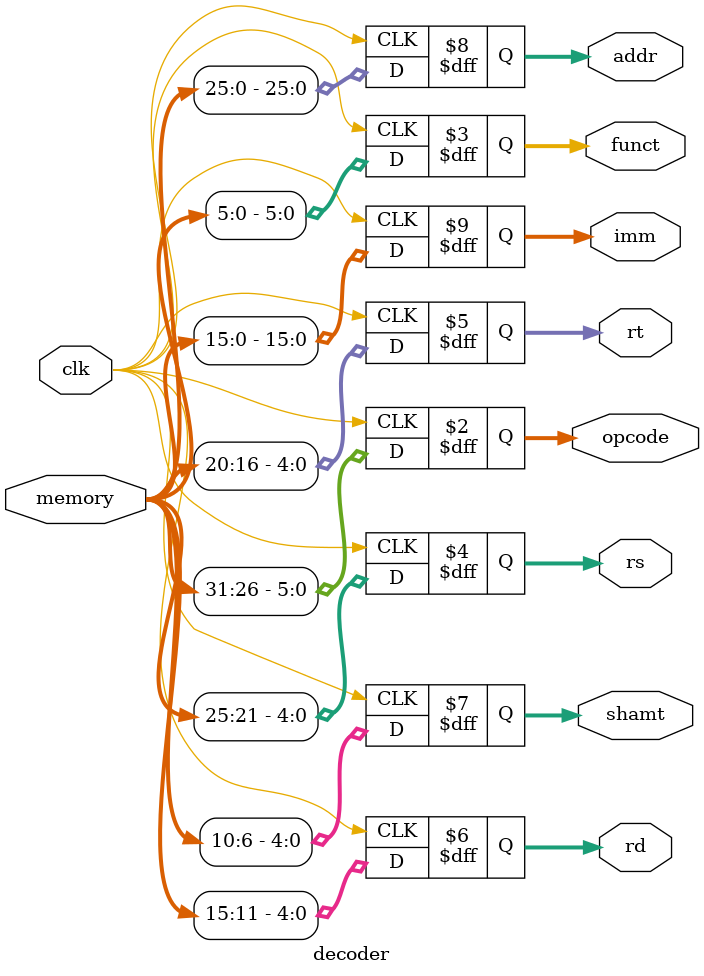
<source format=v>
module decoder (
input clk,
input [31:0] memory,
output reg [5:0] opcode, funct,
output reg [4:0] rs, rt, rd, shamt,
output reg [25:0] addr,
output reg [15:0] imm
);
    always @ (negedge clk) begin
        //R type
        //opcode and funct decide the type of instruction
        opcode = memory[31:26];
        funct = memory[5:0];

        rs = memory[25:21];
        rt = memory[20:16];
        rd = memory[15:11];
        shamt = memory[10:6];

        //I type
        imm = memory[15:0];

        //J type
        addr = memory[25:0];

    end
endmodule

</source>
